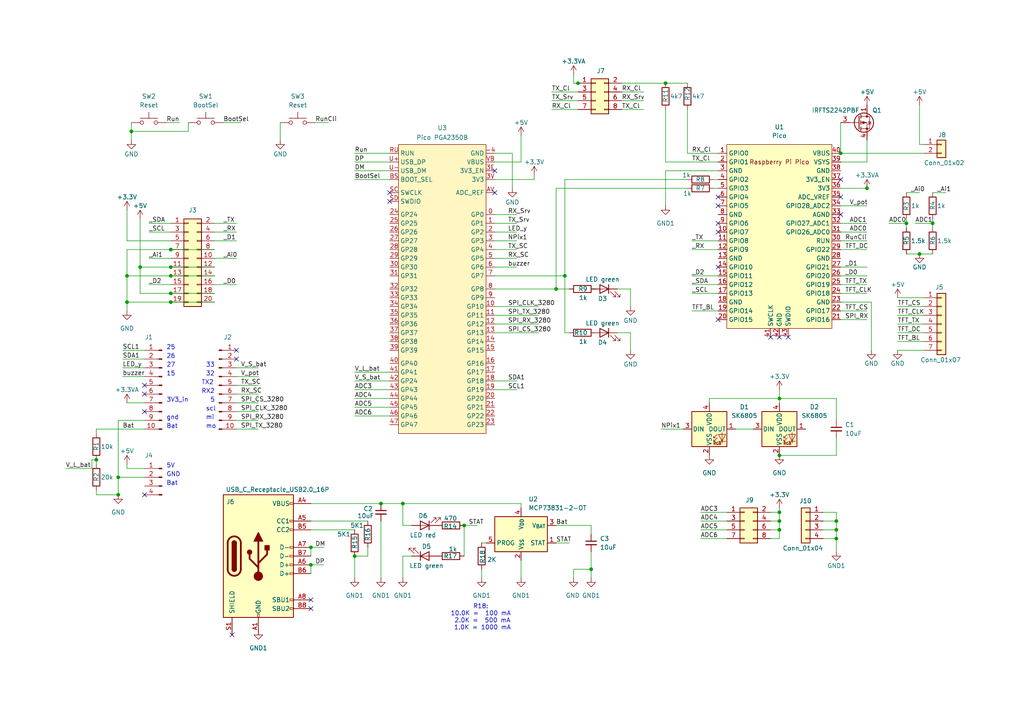
<source format=kicad_sch>
(kicad_sch (version 20250114) (generator "eeschema") (generator_version "9.0")
  (paper "A4")
  (text "32\n" (at 59.69 109.22 0) (effects (font (size 1.27 1.27)) (justify left bottom)))
  (text "33\n" (at 59.69 106.68 0) (effects (font (size 1.27 1.27)) (justify left bottom)))
  (text "TX2\n" (at 58.42 111.76 0) (effects (font (size 1.27 1.27)) (justify left bottom)))
  (text "mi" (at 59.69 121.92 0) (effects (font (size 1.27 1.27)) (justify left bottom)))
  (text "26" (at 48.26 104.14 0) (effects (font (size 1.27 1.27)) (justify left bottom)))
  (text "27" (at 48.26 106.68 0) (effects (font (size 1.27 1.27)) (justify left bottom)))
  (text "R18:\n10.0K =  100 mA\n 2.0K =  500 mA\n 1.0K = 1000 mA" (at 139.446 179.07 0) (effects (font (size 1.27 1.27))))
  (text "mo" (at 59.69 124.46 0) (effects (font (size 1.27 1.27)) (justify left bottom)))
  (text "gnd" (at 48.26 121.92 0) (effects (font (size 1.27 1.27)) (justify left bottom)))
  (text "25" (at 48.26 101.6 0) (effects (font (size 1.27 1.27)) (justify left bottom)))
  (text "5" (at 60.96 116.84 0) (effects (font (size 1.27 1.27)) (justify left bottom)))
  (text "GND" (at 48.26 138.43 0) (effects (font (size 1.27 1.27)) (justify left bottom)))
  (text "RX2" (at 58.42 114.3 0) (effects (font (size 1.27 1.27)) (justify left bottom)))
  (text "15" (at 48.26 109.22 0) (effects (font (size 1.27 1.27)) (justify left bottom)))
  (text "3V3_in" (at 48.26 116.84 0) (effects (font (size 1.27 1.27)) (justify left bottom)))
  (text "scl" (at 59.69 119.38 0) (effects (font (size 1.27 1.27)) (justify left bottom)))
  (text "5V" (at 48.26 135.89 0) (effects (font (size 1.27 1.27)) (justify left bottom)))
  (text "Bat\n" (at 48.26 124.46 0) (effects (font (size 1.27 1.27)) (justify left bottom)))
  (text "Bat\n" (at 48.26 140.97 0) (effects (font (size 1.27 1.27)) (justify left bottom)))
  (junction (at 242.57 153.67))
  (junction (at 270.51 64.77))
  (junction (at 226.06 115.57))
  (junction (at 193.04 24.13))
  (junction (at 226.06 132.08))
  (junction (at 161.29 83.82))
  (junction (at 226.06 153.67))
  (junction (at 226.06 151.13))
  (junction (at 36.83 87.63))
  (junction (at 251.46 54.61))
  (junction (at 49.53 85.09))
  (junction (at 110.49 146.05))
  (junction (at 102.87 161.29))
  (junction (at 167.64 24.13))
  (junction (at 262.89 64.77))
  (junction (at 36.83 80.01))
  (junction (at 163.83 80.01))
  (junction (at 90.17 158.75))
  (junction (at 242.57 156.21))
  (junction (at 134.62 152.4))
  (junction (at 171.45 165.1))
  (junction (at 49.53 87.63))
  (junction (at 242.57 151.13))
  (junction (at 34.29 143.51))
  (junction (at 226.06 148.59))
  (junction (at 266.7 73.66))
  (junction (at 243.84 44.45))
  (junction (at 38.1 38.1))
  (junction (at 27.94 133.35))
  (junction (at 116.84 146.05))
  (junction (at 49.53 80.01))
  (junction (at 40.64 77.47))
  (junction (at 90.17 163.83))
  (junction (at 49.53 72.39))
  (junction (at 49.53 77.47))
  (junction (at 34.29 138.43))
  (no_connect (at 243.84 62.23))
  (no_connect (at 143.51 49.53))
  (no_connect (at 223.52 97.79))
  (no_connect (at 67.31 184.15))
  (no_connect (at 208.28 77.47))
  (no_connect (at 113.03 55.88))
  (no_connect (at 90.17 176.53))
  (no_connect (at 41.91 143.51))
  (no_connect (at 90.17 173.99))
  (no_connect (at 208.28 59.69))
  (no_connect (at 113.03 58.42))
  (no_connect (at 243.84 57.15))
  (no_connect (at 228.6 97.79))
  (no_connect (at 41.91 111.76))
  (no_connect (at 208.28 64.77))
  (no_connect (at 243.84 52.07))
  (no_connect (at 208.28 67.31))
  (no_connect (at 68.58 104.14))
  (no_connect (at 226.06 97.79))
  (no_connect (at 208.28 92.71))
  (no_connect (at 143.51 55.88))
  (no_connect (at 208.28 57.15))
  (no_connect (at 41.91 119.38))
  (no_connect (at 41.91 114.3))
  (no_connect (at 68.58 101.6))
  (wire (pts (xy 260.35 91.44) (xy 267.97 91.44)))
  (wire (pts (xy 34.29 138.43) (xy 34.29 143.51)))
  (wire (pts (xy 116.84 146.05) (xy 151.13 146.05)))
  (wire (pts (xy 106.68 158.75) (xy 106.68 161.29)))
  (wire (pts (xy 223.52 151.13) (xy 226.06 151.13)))
  (wire (pts (xy 171.45 160.02) (xy 171.45 165.1)))
  (wire (pts (xy 163.83 52.07) (xy 199.39 52.07)))
  (wire (pts (xy 68.58 109.22) (xy 74.93 109.22)))
  (wire (pts (xy 223.52 156.21) (xy 226.06 156.21)))
  (wire (pts (xy 36.83 80.01) (xy 36.83 72.39)))
  (wire (pts (xy 68.58 121.92) (xy 74.93 121.92)))
  (wire (pts (xy 35.56 109.22) (xy 41.91 109.22)))
  (wire (pts (xy 143.51 88.9) (xy 156.21 88.9)))
  (wire (pts (xy 251.46 40.64) (xy 251.46 46.99)))
  (wire (pts (xy 148.59 44.45) (xy 148.59 54.61)))
  (wire (pts (xy 49.53 72.39) (xy 62.23 72.39)))
  (wire (pts (xy 54.61 35.56) (xy 54.61 38.1)))
  (wire (pts (xy 226.06 153.67) (xy 226.06 151.13)))
  (wire (pts (xy 262.89 55.88) (xy 266.7 55.88)))
  (wire (pts (xy 102.87 113.03) (xy 113.03 113.03)))
  (wire (pts (xy 36.83 87.63) (xy 36.83 80.01)))
  (wire (pts (xy 257.81 64.77) (xy 262.89 64.77)))
  (wire (pts (xy 90.17 153.67) (xy 102.87 153.67)))
  (wire (pts (xy 203.2 156.21) (xy 210.82 156.21)))
  (wire (pts (xy 238.76 151.13) (xy 242.57 151.13)))
  (wire (pts (xy 102.87 118.11) (xy 113.03 118.11)))
  (wire (pts (xy 199.39 44.45) (xy 208.28 44.45)))
  (wire (pts (xy 36.83 80.01) (xy 49.53 80.01)))
  (wire (pts (xy 151.13 167.64) (xy 151.13 162.56)))
  (wire (pts (xy 270.51 55.88) (xy 274.32 55.88)))
  (wire (pts (xy 260.35 86.36) (xy 267.97 86.36)))
  (wire (pts (xy 171.45 165.1) (xy 171.45 167.64)))
  (wire (pts (xy 193.04 46.99) (xy 208.28 46.99)))
  (wire (pts (xy 116.84 152.4) (xy 116.84 146.05)))
  (wire (pts (xy 180.34 24.13) (xy 193.04 24.13)))
  (wire (pts (xy 243.84 69.85) (xy 251.46 69.85)))
  (wire (pts (xy 226.06 115.57) (xy 226.06 113.03)))
  (wire (pts (xy 68.58 111.76) (xy 74.93 111.76)))
  (wire (pts (xy 207.01 52.07) (xy 208.28 52.07)))
  (wire (pts (xy 143.51 72.39) (xy 149.86 72.39)))
  (wire (pts (xy 68.58 116.84) (xy 74.93 116.84)))
  (wire (pts (xy 226.06 132.08) (xy 242.57 132.08)))
  (wire (pts (xy 68.58 119.38) (xy 74.93 119.38)))
  (wire (pts (xy 266.7 41.91) (xy 267.97 41.91)))
  (wire (pts (xy 243.84 54.61) (xy 251.46 54.61)))
  (wire (pts (xy 116.84 161.29) (xy 119.38 161.29)))
  (wire (pts (xy 43.18 67.31) (xy 49.53 67.31)))
  (wire (pts (xy 223.52 153.67) (xy 226.06 153.67)))
  (wire (pts (xy 40.64 85.09) (xy 49.53 85.09)))
  (wire (pts (xy 182.88 96.52) (xy 182.88 101.6)))
  (wire (pts (xy 200.66 69.85) (xy 208.28 69.85)))
  (wire (pts (xy 143.51 110.49) (xy 149.86 110.49)))
  (wire (pts (xy 27.94 133.35) (xy 27.94 134.62)))
  (wire (pts (xy 35.56 106.68) (xy 41.91 106.68)))
  (wire (pts (xy 62.23 64.77) (xy 68.58 64.77)))
  (wire (pts (xy 205.74 116.84) (xy 205.74 115.57)))
  (wire (pts (xy 49.53 85.09) (xy 62.23 85.09)))
  (wire (pts (xy 116.84 161.29) (xy 116.84 167.64)))
  (wire (pts (xy 102.87 115.57) (xy 113.03 115.57)))
  (wire (pts (xy 262.89 64.77) (xy 262.89 66.04)))
  (wire (pts (xy 238.76 148.59) (xy 242.57 148.59)))
  (wire (pts (xy 43.18 74.93) (xy 49.53 74.93)))
  (wire (pts (xy 180.34 31.75) (xy 186.69 31.75)))
  (wire (pts (xy 26.67 135.89) (xy 19.05 135.89)))
  (wire (pts (xy 242.57 153.67) (xy 242.57 156.21)))
  (wire (pts (xy 151.13 39.37) (xy 151.13 46.99)))
  (wire (pts (xy 36.83 134.62) (xy 36.83 135.89)))
  (wire (pts (xy 191.77 124.46) (xy 198.12 124.46)))
  (wire (pts (xy 161.29 54.61) (xy 161.29 83.82)))
  (wire (pts (xy 226.06 156.21) (xy 226.06 153.67)))
  (wire (pts (xy 172.72 96.52) (xy 171.45 96.52)))
  (wire (pts (xy 41.91 121.92) (xy 34.29 121.92)))
  (wire (pts (xy 140.97 157.48) (xy 139.7 157.48)))
  (wire (pts (xy 40.64 77.47) (xy 40.64 85.09)))
  (wire (pts (xy 163.83 52.07) (xy 163.83 80.01)))
  (wire (pts (xy 102.87 49.53) (xy 113.03 49.53)))
  (wire (pts (xy 143.51 74.93) (xy 149.86 74.93)))
  (wire (pts (xy 90.17 151.13) (xy 106.68 151.13)))
  (wire (pts (xy 193.04 24.13) (xy 199.39 24.13)))
  (wire (pts (xy 68.58 124.46) (xy 74.93 124.46)))
  (wire (pts (xy 243.84 64.77) (xy 251.46 64.77)))
  (wire (pts (xy 182.88 83.82) (xy 182.88 88.9)))
  (wire (pts (xy 64.77 35.56) (xy 69.85 35.56)))
  (wire (pts (xy 68.58 114.3) (xy 74.93 114.3)))
  (wire (pts (xy 143.51 80.01) (xy 163.83 80.01)))
  (wire (pts (xy 260.35 88.9) (xy 267.97 88.9)))
  (wire (pts (xy 242.57 148.59) (xy 242.57 151.13)))
  (wire (pts (xy 26.67 133.35) (xy 26.67 135.89)))
  (wire (pts (xy 35.56 101.6) (xy 41.91 101.6)))
  (wire (pts (xy 143.51 96.52) (xy 156.21 96.52)))
  (wire (pts (xy 226.06 148.59) (xy 226.06 147.32)))
  (wire (pts (xy 102.87 120.65) (xy 113.03 120.65)))
  (wire (pts (xy 43.18 82.55) (xy 49.53 82.55)))
  (wire (pts (xy 242.57 151.13) (xy 242.57 153.67)))
  (wire (pts (xy 167.64 24.13) (xy 168.91 24.13)))
  (wire (pts (xy 49.53 80.01) (xy 62.23 80.01)))
  (wire (pts (xy 243.84 72.39) (xy 251.46 72.39)))
  (wire (pts (xy 266.7 73.66) (xy 270.51 73.66)))
  (wire (pts (xy 62.23 82.55) (xy 68.58 82.55)))
  (wire (pts (xy 102.87 44.45) (xy 113.03 44.45)))
  (wire (pts (xy 172.72 83.82) (xy 171.45 83.82)))
  (wire (pts (xy 102.87 52.07) (xy 113.03 52.07)))
  (wire (pts (xy 27.94 124.46) (xy 41.91 124.46)))
  (wire (pts (xy 154.94 52.07) (xy 143.51 52.07)))
  (wire (pts (xy 90.17 158.75) (xy 93.98 158.75)))
  (wire (pts (xy 91.44 35.56) (xy 95.25 35.56)))
  (wire (pts (xy 251.46 53.34) (xy 251.46 54.61)))
  (wire (pts (xy 143.51 83.82) (xy 161.29 83.82)))
  (wire (pts (xy 252.73 87.63) (xy 252.73 101.6)))
  (wire (pts (xy 199.39 31.75) (xy 199.39 44.45)))
  (wire (pts (xy 154.94 50.8) (xy 154.94 52.07)))
  (wire (pts (xy 81.28 35.56) (xy 81.28 40.64)))
  (wire (pts (xy 139.7 165.1) (xy 139.7 167.64)))
  (wire (pts (xy 260.35 93.98) (xy 267.97 93.98)))
  (wire (pts (xy 36.83 116.84) (xy 41.91 116.84)))
  (wire (pts (xy 143.51 91.44) (xy 156.21 91.44)))
  (wire (pts (xy 243.84 87.63) (xy 252.73 87.63)))
  (wire (pts (xy 49.53 69.85) (xy 36.83 69.85)))
  (wire (pts (xy 262.89 63.5) (xy 262.89 64.77)))
  (wire (pts (xy 171.45 152.4) (xy 171.45 154.94)))
  (wire (pts (xy 49.53 87.63) (xy 62.23 87.63)))
  (wire (pts (xy 243.84 92.71) (xy 251.46 92.71)))
  (wire (pts (xy 143.51 93.98) (xy 156.21 93.98)))
  (wire (pts (xy 243.84 35.56) (xy 243.84 44.45)))
  (wire (pts (xy 102.87 110.49) (xy 113.03 110.49)))
  (wire (pts (xy 160.02 26.67) (xy 167.64 26.67)))
  (wire (pts (xy 270.51 64.77) (xy 270.51 63.5)))
  (wire (pts (xy 161.29 157.48) (xy 165.1 157.48)))
  (wire (pts (xy 90.17 158.75) (xy 90.17 161.29)))
  (wire (pts (xy 48.26 35.56) (xy 52.07 35.56)))
  (wire (pts (xy 35.56 104.14) (xy 41.91 104.14)))
  (wire (pts (xy 27.94 124.46) (xy 27.94 125.73)))
  (wire (pts (xy 270.51 66.04) (xy 270.51 64.77)))
  (wire (pts (xy 43.18 64.77) (xy 49.53 64.77)))
  (wire (pts (xy 166.37 165.1) (xy 171.45 165.1)))
  (wire (pts (xy 62.23 69.85) (xy 68.58 69.85)))
  (wire (pts (xy 238.76 153.67) (xy 242.57 153.67)))
  (wire (pts (xy 251.46 46.99) (xy 243.84 46.99)))
  (wire (pts (xy 267.97 101.6) (xy 260.35 101.6)))
  (wire (pts (xy 161.29 83.82) (xy 165.1 83.82)))
  (wire (pts (xy 36.83 72.39) (xy 49.53 72.39)))
  (wire (pts (xy 203.2 151.13) (xy 210.82 151.13)))
  (wire (pts (xy 90.17 163.83) (xy 90.17 166.37)))
  (wire (pts (xy 36.83 87.63) (xy 49.53 87.63)))
  (wire (pts (xy 166.37 21.59) (xy 166.37 24.13)))
  (wire (pts (xy 193.04 49.53) (xy 193.04 59.69)))
  (wire (pts (xy 143.51 46.99) (xy 151.13 46.99)))
  (wire (pts (xy 166.37 24.13) (xy 167.64 24.13)))
  (wire (pts (xy 38.1 35.56) (xy 38.1 38.1)))
  (wire (pts (xy 226.06 151.13) (xy 226.06 148.59)))
  (wire (pts (xy 34.29 138.43) (xy 41.91 138.43)))
  (wire (pts (xy 203.2 148.59) (xy 210.82 148.59)))
  (wire (pts (xy 243.84 59.69) (xy 251.46 59.69)))
  (wire (pts (xy 265.43 64.77) (xy 270.51 64.77)))
  (wire (pts (xy 102.87 161.29) (xy 106.68 161.29)))
  (wire (pts (xy 200.66 80.01) (xy 208.28 80.01)))
  (wire (pts (xy 110.49 151.13) (xy 110.49 167.64)))
  (wire (pts (xy 161.29 152.4) (xy 171.45 152.4)))
  (wire (pts (xy 143.51 113.03) (xy 149.86 113.03)))
  (wire (pts (xy 200.66 72.39) (xy 208.28 72.39)))
  (wire (pts (xy 226.06 116.84) (xy 226.06 115.57)))
  (wire (pts (xy 134.62 152.4) (xy 138.43 152.4)))
  (wire (pts (xy 116.84 146.05) (xy 110.49 146.05)))
  (wire (pts (xy 213.36 124.46) (xy 218.44 124.46)))
  (wire (pts (xy 242.57 127) (xy 242.57 132.08)))
  (wire (pts (xy 36.83 135.89) (xy 41.91 135.89)))
  (wire (pts (xy 243.84 44.45) (xy 267.97 44.45)))
  (wire (pts (xy 200.66 82.55) (xy 208.28 82.55)))
  (wire (pts (xy 243.84 85.09) (xy 251.46 85.09)))
  (wire (pts (xy 40.64 63.5) (xy 40.64 77.47)))
  (wire (pts (xy 143.51 67.31) (xy 149.86 67.31)))
  (wire (pts (xy 262.89 73.66) (xy 266.7 73.66)))
  (wire (pts (xy 143.51 62.23) (xy 149.86 62.23)))
  (wire (pts (xy 143.51 77.47) (xy 149.86 77.47)))
  (wire (pts (xy 134.62 152.4) (xy 134.62 161.29)))
  (wire (pts (xy 102.87 161.29) (xy 102.87 167.64)))
  (wire (pts (xy 40.64 77.47) (xy 49.53 77.47)))
  (wire (pts (xy 116.84 152.4) (xy 119.38 152.4)))
  (wire (pts (xy 34.29 121.92) (xy 34.29 138.43)))
  (wire (pts (xy 242.57 115.57) (xy 242.57 121.92)))
  (wire (pts (xy 102.87 46.99) (xy 113.03 46.99)))
  (wire (pts (xy 143.51 44.45) (xy 148.59 44.45)))
  (wire (pts (xy 207.01 54.61) (xy 208.28 54.61)))
  (wire (pts (xy 151.13 146.05) (xy 151.13 147.32)))
  (wire (pts (xy 62.23 67.31) (xy 68.58 67.31)))
  (wire (pts (xy 260.35 96.52) (xy 267.97 96.52)))
  (wire (pts (xy 226.06 115.57) (xy 242.57 115.57)))
  (wire (pts (xy 238.76 156.21) (xy 242.57 156.21)))
  (wire (pts (xy 161.29 54.61) (xy 199.39 54.61)))
  (wire (pts (xy 205.74 115.57) (xy 226.06 115.57)))
  (wire (pts (xy 49.53 77.47) (xy 62.23 77.47)))
  (wire (pts (xy 26.67 133.35) (xy 27.94 133.35)))
  (wire (pts (xy 38.1 38.1) (xy 38.1 40.64)))
  (wire (pts (xy 166.37 167.64) (xy 166.37 165.1)))
  (wire (pts (xy 179.07 83.82) (xy 182.88 83.82)))
  (wire (pts (xy 180.34 26.67) (xy 186.69 26.67)))
  (wire (pts (xy 243.84 90.17) (xy 251.46 90.17)))
  (wire (pts (xy 68.58 106.68) (xy 74.93 106.68)))
  (wire (pts (xy 62.23 74.93) (xy 68.58 74.93)))
  (wire (pts (xy 200.66 90.17) (xy 208.28 90.17)))
  (wire (pts (xy 160.02 31.75) (xy 167.64 31.75)))
  (wire (pts (xy 27.94 143.51) (xy 27.94 142.24)))
  (wire (pts (xy 200.66 85.09) (xy 208.28 85.09)))
  (wire (pts (xy 243.84 82.55) (xy 251.46 82.55)))
  (wire (pts (xy 90.17 163.83) (xy 93.98 163.83)))
  (wire (pts (xy 102.87 107.95) (xy 113.03 107.95)))
  (wire (pts (xy 193.04 31.75) (xy 193.04 46.99)))
  (wire (pts (xy 90.17 146.05) (xy 110.49 146.05)))
  (wire (pts (xy 243.84 77.47) (xy 251.46 77.47)))
  (wire (pts (xy 179.07 96.52) (xy 182.88 96.52)))
  (wire (pts (xy 223.52 148.59) (xy 226.06 148.59)))
  (wire (pts (xy 36.83 60.96) (xy 36.83 69.85)))
  (wire (pts (xy 180.34 29.21) (xy 186.69 29.21)))
  (wire (pts (xy 27.94 143.51) (xy 34.29 143.51)))
  (wire (pts (xy 242.57 156.21) (xy 242.57 160.02)))
  (wire (pts (xy 243.84 67.31) (xy 251.46 67.31)))
  (wire (pts (xy 163.83 80.01) (xy 163.83 96.52)))
  (wire (pts (xy 74.93 182.88) (xy 74.93 184.15)))
  (wire (pts (xy 267.97 99.06) (xy 260.35 99.06)))
  (wire (pts (xy 143.51 64.77) (xy 149.86 64.77)))
  (wire (pts (xy 38.1 38.1) (xy 54.61 38.1)))
  (wire (pts (xy 36.83 90.17) (xy 36.83 87.63)))
  (wire (pts (xy 143.51 69.85) (xy 149.86 69.85)))
  (wire (pts (xy 203.2 153.67) (xy 210.82 153.67)))
  (wire (pts (xy 163.83 96.52) (xy 165.1 96.52)))
  (wire (pts (xy 208.28 49.53) (xy 193.04 49.53)))
  (wire (pts (xy 160.02 29.21) (xy 167.64 29.21)))
  (wire (pts (xy 266.7 30.48) (xy 266.7 41.91)))
  (wire (pts (xy 243.84 80.01) (xy 251.46 80.01)))
  (label "_D1" (at 64.77 69.85 0))
  (label "SCL1" (at 147.32 113.03 0))
  (label "_D2" (at 43.18 82.55 0))
  (label "SDA1" (at 35.56 104.14 0))
  (label "ADC1" (at 265.43 64.77 0))
  (label "RX_SC" (at 69.85 114.3 0))
  (label "_SCL" (at 43.18 67.31 0))
  (label "NPix1" (at 147.32 69.85 0))
  (label "V_L_bat" (at 102.87 107.95 0))
  (label "V_S_bat" (at 102.87 110.49 0))
  (label "RX_Srv" (at 180.34 29.21 0))
  (label "_D2" (at 200.66 80.01 0))
  (label "STAT" (at 135.89 152.4 0))
  (label "TX_Cl" (at 160.02 26.67 0))
  (label "_TX" (at 200.66 69.85 0))
  (label "RunCli" (at 91.44 35.56 0))
  (label "STAT" (at 161.29 157.48 0))
  (label "BootSel" (at 102.87 52.07 0))
  (label "TFT_CS" (at 245.11 90.17 0))
  (label "_RX" (at 64.77 67.31 0))
  (label "Bat" (at 35.56 124.46 0))
  (label "TX_Cl" (at 180.34 31.75 0))
  (label "SPI_CS_3280" (at 147.32 96.52 0))
  (label "BootSel" (at 64.77 35.56 0))
  (label "TFT_DC" (at 245.11 72.39 0))
  (label "TX_SC" (at 147.32 72.39 0))
  (label "TX_Cl" (at 200.66 46.99 0))
  (label "TX_Srv" (at 160.02 29.21 0))
  (label "DM" (at 91.44 158.75 0))
  (label "RX_Cl" (at 200.66 44.45 0))
  (label "SPI_CLK_3280" (at 69.85 119.38 0))
  (label "RX_Srv" (at 147.32 62.23 0))
  (label "_Ai1" (at 43.18 74.93 0))
  (label "V_L_bat" (at 19.05 135.89 0))
  (label "_D0" (at 64.77 82.55 0))
  (label "V_pot" (at 69.85 109.22 0))
  (label "_SDA" (at 200.66 82.55 0))
  (label "TFT_DC" (at 260.35 96.52 0))
  (label "SPI_RX_3280" (at 69.85 121.92 0))
  (label "TFT_CLK" (at 245.11 85.09 0))
  (label "TFT_CLK" (at 260.35 91.44 0))
  (label "LED_y" (at 35.56 106.68 0))
  (label "SDA1" (at 147.32 110.49 0))
  (label "RunCli" (at 245.11 69.85 0))
  (label "_SCL" (at 200.66 85.09 0))
  (label "_Ai1" (at 271.78 55.88 0))
  (label "ADC6" (at 203.2 156.21 0))
  (label "SPI_CLK_3280" (at 147.32 88.9 0))
  (label "_D1" (at 245.11 77.47 0))
  (label "RX_SC" (at 147.32 74.93 0))
  (label "TFT_BL" (at 200.66 90.17 0))
  (label "buzzer" (at 147.32 77.47 0))
  (label "TFT_TX" (at 260.35 93.98 0))
  (label "ADC5" (at 203.2 153.67 0))
  (label "DM" (at 102.87 49.53 0))
  (label "ADC0" (at 257.81 64.77 0))
  (label "Run" (at 102.87 44.45 0))
  (label "DP" (at 91.44 163.83 0))
  (label "TFT_BL" (at 260.35 99.06 0))
  (label "SPI_TX_3280" (at 147.32 91.44 0))
  (label "_SDA" (at 43.18 64.77 0))
  (label "_D0" (at 245.11 80.01 0))
  (label "TX_Srv" (at 147.32 64.77 0))
  (label "RX_Cl" (at 160.02 31.75 0))
  (label "Bat" (at 161.29 152.4 0))
  (label "SPI_RX_3280" (at 147.32 93.98 0))
  (label "SCL1" (at 35.56 101.6 0))
  (label "ADC5" (at 102.87 118.11 0))
  (label "ADC3" (at 102.87 113.03 0))
  (label "ADC4" (at 203.2 151.13 0))
  (label "_Ai0" (at 264.16 55.88 0))
  (label "V_pot" (at 246.38 59.69 0))
  (label "LED_y" (at 147.32 67.31 0))
  (label "TFT_TX" (at 245.11 82.55 0))
  (label "buzzer" (at 35.56 109.22 0))
  (label "ADC6" (at 102.87 120.65 0))
  (label "ADC0" (at 246.38 67.31 0))
  (label "_Ai0" (at 64.77 74.93 0))
  (label "TX_SC" (at 69.85 111.76 0))
  (label "SPI_CS_3280" (at 69.85 116.84 0))
  (label "_TX" (at 64.77 64.77 0))
  (label "ADC4" (at 102.87 115.57 0))
  (label "NPix1" (at 191.77 124.46 0))
  (label "ADC1" (at 246.38 64.77 0))
  (label "TFT_CS" (at 260.35 88.9 0))
  (label "_RX" (at 200.66 72.39 0))
  (label "RX_Cl" (at 180.34 26.67 0))
  (label "DP" (at 102.87 46.99 0))
  (label "V_S_bat" (at 69.85 106.68 0))
  (label "SPI_RX" (at 245.11 92.71 0))
  (label "ADC3" (at 203.2 148.59 0))
  (label "Run" (at 48.26 35.56 0))
  (label "SPI_TX_3280" (at 69.85 124.46 0))
  (symbol (lib_id "Device:R") (at 262.89 69.85 0) (unit 1)
    (property "Reference" "R5" (at 262.89 71.12 90) (effects (justify left)))
    (property "Value" "1.5k" (at 264.16 69.85 0) (effects (justify left)))
    (property "Footprint" "Resistor_SMD:R_0603_1608Metric_Pad0.98x0.95mm_HandSolder" (effects (hide yes)))
  )
  (symbol (lib_id "Connector:Conn_01x10_Pin") (at 63.5 111.76 0) (unit 1) (in_bom no)
    (property "Reference" "J2" (at 66.04 97.79 0))
    (property "Value" "Conn_01x10_Pin" (effects (hide yes)))
    (property "Footprint" "Connector_PinHeader_2.54mm:PinHeader_1x10_P2.54mm_Vertical" (effects (hide yes)))
  )
  (symbol (lib_id "Device:LED") (at 175.26 96.52 0) (mirror y) (unit 1)
    (property "Reference" "D4" (at 174.752 99.314 0))
    (property "Value" "LED green" (at 174.752 93.726 0))
    (property "Footprint" "LED_SMD:LED_0805_2012Metric_Pad1.15x1.40mm_HandSolder" (effects (hide yes)))
    (property "Description" "KT-0805G" (effects (hide yes)))
    (property "Sim.Pins" "1=K 2=A" (effects (hide yes)))
  )
  (symbol (lib_id "power:+3.3VA") (at 251.46 54.61 0) (unit 1)
    (property "Reference" "#PWR014" (effects (hide yes)))
    (property "Value" "+3.3VA" (at 251.46 50.8 0))
  )
  (symbol (lib_id "power:+5V") (at 36.83 134.62 0) (unit 1)
    (property "Reference" "#PWR04" (effects (hide yes)))
    (property "Value" "+5V" (at 36.83 130.81 0))
  )
  (symbol (lib_id "power:+3.3V") (at 36.83 60.96 0) (unit 1)
    (property "Reference" "#PWR029" (effects (hide yes)))
    (property "Value" "+3.3V" (at 36.83 57.15 0))
  )
  (symbol (lib_id "Device:R") (at 27.94 129.54 0) (unit 1)
    (property "Reference" "R1" (at 27.94 130.81 90) (effects (justify left)))
    (property "Value" "10k" (at 29.21 129.54 0) (effects (justify left)))
    (property "Footprint" "Resistor_SMD:R_0603_1608Metric_Pad0.98x0.95mm_HandSolder" (effects (hide yes)))
  )
  (symbol (lib_id "Connector_Generic:Conn_02x04_Odd_Even") (at 172.72 26.67 0) (unit 1) (in_bom no)
    (property "Reference" "J7" (at 174.244 20.574 0))
    (property "Value" "Conn_02x04_Top_Bottom" (effects (hide yes)))
    (property "Footprint" "Connector_PinHeader_2.54mm:PinHeader_2x04_P2.54mm_Vertical" (effects (hide yes)))
    (property "Description" "Generic connector, double row, 02x04, odd/even pin numbering scheme (row 1 odd numbers, row 2 even numbers), script generated (kicad-library-utils/schlib/autogen/connector/)" (effects (hide yes)))
  )
  (symbol (lib_id "Device:R") (at 203.2 54.61 90) (unit 1)
    (property "Reference" "R7" (at 204.47 54.61 90) (effects (justify left)))
    (property "Value" "1k" (at 198.12 56.134 90) (effects (justify right)))
    (property "Footprint" "Resistor_SMD:R_0603_1608Metric_Pad0.98x0.95mm_HandSolder" (effects (hide yes)))
  )
  (symbol (lib_id "power:GND") (at 148.59 54.61 0) (unit 1)
    (property "Reference" "#PWR022" (effects (hide yes)))
    (property "Value" "GND" (at 148.59 58.674 0))
  )
  (symbol (lib_id "Switch:SW_Push") (at 59.69 35.56 0) (unit 1)
    (property "Reference" "SW1" (at 59.69 27.94 0))
    (property "Value" "BootSel" (at 59.69 30.48 0))
    (property "Footprint" "Button_Switch_SMD:SW_Push_1P1T_XKB_TS-1187A" (effects (hide yes)))
    (property "Description" "TS-1187A" (effects (hide yes)))
  )
  (symbol (lib_id "Device:R") (at 130.81 152.4 90) (unit 1)
    (property "Reference" "R14" (at 132.588 152.654 90) (effects (justify left)))
    (property "Value" "470" (at 132.588 150.368 90) (effects (justify left)))
    (property "Footprint" "Resistor_SMD:R_0603_1608Metric_Pad0.98x0.95mm_HandSolder" (effects (hide yes)))
  )
  (symbol (lib_id "Pimoroni:pga2350_pimoroni") (at 128.27 58.42 0) (unit 1) (in_bom no)
    (property "Reference" "U3" (at 128.27 37.084 0))
    (property "Value" "Pico PGA2350B" (at 128.27 39.878 0))
    (property "Footprint" "Pimoroni:pga2350__pimoroni" (effects (hide yes)))
  )
  (symbol (lib_id "Device:LED") (at 175.26 83.82 0) (mirror y) (unit 1)
    (property "Reference" "D3" (at 174.752 86.614 0))
    (property "Value" "LED green" (at 174.752 81.026 0))
    (property "Footprint" "LED_SMD:LED_0805_2012Metric_Pad1.15x1.40mm_HandSolder" (effects (hide yes)))
    (property "Description" "KT-0805G" (effects (hide yes)))
    (property "Sim.Pins" "1=K 2=A" (effects (hide yes)))
  )
  (symbol (lib_id "Device:R") (at 270.51 69.85 0) (unit 1)
    (property "Reference" "R6" (at 270.51 71.12 90) (effects (justify left)))
    (property "Value" "1.5k" (at 271.78 69.85 0) (effects (justify left)))
    (property "Footprint" "Resistor_SMD:R_0603_1608Metric_Pad0.98x0.95mm_HandSolder" (effects (hide yes)))
  )
  (symbol (lib_id "Device:C_Small") (at 171.45 157.48 0) (unit 1)
    (property "Reference" "C3" (at 173.99 156.2162 0) (effects (justify left)))
    (property "Value" "10uF" (at 173.99 158.7562 0) (effects (justify left)))
    (property "Footprint" "Capacitor_SMD:C_1206_3216Metric_Pad1.33x1.80mm_HandSolder" (effects (hide yes)))
    (property "Description" "Unpolarized capacitor, small symbol" (effects (hide yes)))
  )
  (symbol (lib_id "Connector_Generic:Conn_02x10_Odd_Even") (at 54.61 74.93 0) (unit 1) (in_bom no)
    (property "Reference" "J3" (at 55.88 60.96 0))
    (property "Value" "Conn_02x10_Odd_Even" (effects (hide yes)))
    (property "Footprint" "Connector_PinHeader_2.54mm:PinHeader_2x10_P2.54mm_Horizontal" (effects (hide yes)))
  )
  (symbol (lib_id "power:GND") (at 252.73 101.6 0) (unit 1)
    (property "Reference" "#PWR02" (effects (hide yes)))
    (property "Value" "GND" (at 252.73 105.41 0))
  )
  (symbol (lib_id "power:GND1") (at 139.7 167.64 0) (unit 1)
    (property "Reference" "#PWR013" (effects (hide yes)))
    (property "Value" "GND1" (at 139.7 172.72 0))
    (property "Description" "Power symbol creates a global label with name \"GND1\" , ground" (effects (hide yes)))
  )
  (symbol (lib_id "Connector_Generic:Conn_01x04") (at 233.68 151.13 0) (mirror y) (unit 1) (in_bom no)
    (property "Reference" "J10" (at 235.458 145.288 0) (effects (justify left)))
    (property "Value" "Conn_01x04" (at 238.76 159.004 0) (effects (justify left)))
    (property "Footprint" "Connector_PinHeader_2.54mm:PinHeader_1x04_P2.54mm_Vertical" (effects (hide yes)))
    (property "Description" "Generic connector, single row, 01x04, script generated (kicad-library-utils/schlib/autogen/connector/)" (effects (hide yes)))
  )
  (symbol (lib_id "Battery_Management:MCP73831-2-OT") (at 151.13 154.94 0) (unit 1)
    (property "Reference" "U2" (at 153.2733 144.78 0) (effects (justify left)))
    (property "Value" "MCP73831-2-OT" (at 153.2733 147.32 0) (effects (justify left)))
    (property "Footprint" "Package_TO_SOT_SMD:SOT-23-5" (effects (hide yes)))
    (property "Datasheet" "http://ww1.microchip.com/downloads/en/DeviceDoc/20001984g.pdf" (effects (hide yes)))
    (property "Description" "Single cell, Li-Ion/Li-Po charge management controller, 4.20V, Tri-State Status Output, in SOT23-5 package" (effects (hide yes)))
  )
  (symbol (lib_id "Device:R") (at 193.04 27.94 0) (unit 1)
    (property "Reference" "R11" (at 193.04 29.718 90) (effects (justify left)))
    (property "Value" "4k7" (at 194.31 27.94 0) (effects (justify left)))
    (property "Footprint" "Resistor_SMD:R_0603_1608Metric_Pad0.98x0.95mm_HandSolder" (effects (hide yes)))
  )
  (symbol (lib_id "Connector:Conn_01x10_Pin") (at 46.99 111.76 0) (mirror y) (unit 1) (in_bom no)
    (property "Reference" "J1" (at 43.18 97.79 0))
    (property "Value" "Conn_01x10_Pin" (effects (hide yes)))
    (property "Footprint" "Connector_PinHeader_2.54mm:PinHeader_1x10_P2.54mm_Vertical" (effects (hide yes)))
  )
  (symbol (lib_id "power:+3.3VA") (at 166.37 21.59 0) (unit 1)
    (property "Reference" "#PWR018" (effects (hide yes)))
    (property "Value" "+3.3VA" (at 166.37 17.78 0))
  )
  (symbol (lib_id "power:+3.3V") (at 226.06 147.32 0) (unit 1)
    (property "Reference" "#PWR034" (effects (hide yes)))
    (property "Value" "+3.3V" (at 226.06 143.51 0))
  )
  (symbol (lib_id "Device:C_Small") (at 110.49 148.59 0) (unit 1)
    (property "Reference" "C2" (at 105.41 147.574 0) (effects (justify left)))
    (property "Value" "10uF" (at 103.632 149.606 0) (effects (justify left)))
    (property "Footprint" "Capacitor_SMD:C_1206_3216Metric_Pad1.33x1.80mm_HandSolder" (effects (hide yes)))
    (property "Description" "Unpolarized capacitor, small symbol" (effects (hide yes)))
  )
  (symbol (lib_id "power:+3.3V") (at 154.94 50.8 0) (unit 1)
    (property "Reference" "#PWR021" (effects (hide yes)))
    (property "Value" "+3.3V" (at 154.94 46.99 0))
  )
  (symbol (lib_id "Transistor_FET:IRFTS9342PBF") (at 248.92 35.56 0) (unit 1)
    (property "Reference" "Q1" (at 252.984 32.004 0) (effects (justify left)))
    (property "Value" "IRFTS2242PBF" (at 235.458 32.004 0) (effects (justify left)))
    (property "Footprint" "Package_SO:TSOP-6_1.65x3.05mm_P0.95mm" (effects (hide yes)))
    (property "Datasheet" "https://www.infineon.com/dgdl/irfts9342pbf.pdf?fileId=5546d462533600a40153563aeabc21f3" (effects (hide yes)))
    (property "Description" "IRFTS2242PBF" (effects (hide yes)))
  )
  (symbol (lib_id "power:+5V") (at 40.64 63.5 0) (unit 1)
    (property "Reference" "#PWR05" (effects (hide yes)))
    (property "Value" "+5V" (at 40.64 59.69 0))
  )
  (symbol (lib_id "power:GND1") (at 171.45 167.64 0) (unit 1)
    (property "Reference" "#PWR031" (effects (hide yes)))
    (property "Value" "GND1" (at 171.45 172.72 0))
    (property "Description" "Power symbol creates a global label with name \"GND1\" , ground" (effects (hide yes)))
  )
  (symbol (lib_id "power:GND1") (at 193.04 59.69 0) (unit 1)
    (property "Reference" "#PWR06" (effects (hide yes)))
    (property "Value" "GND1" (at 193.04 64.77 0))
    (property "Description" "Power symbol creates a global label with name \"GND1\" , ground" (effects (hide yes)))
  )
  (symbol (lib_id "Device:R") (at 102.87 157.48 0) (unit 1)
    (property "Reference" "R15" (at 102.87 159.258 90) (effects (justify left)))
    (property "Value" "5K1" (at 97.79 154.94 0) (effects (justify left)))
    (property "Footprint" "Resistor_SMD:R_0603_1608Metric_Pad0.98x0.95mm_HandSolder" (effects (hide yes)))
  )
  (symbol (lib_id "LED:SK6805") (at 226.06 124.46 0) (unit 1)
    (property "Reference" "D2" (at 236.22 118.0398 0))
    (property "Value" "SK6805" (at 236.22 120.5798 0))
    (property "Footprint" "Library:LED_SK6805_PLCC4_2.4x2.7mm_P1.3mm_2427" (effects (hide yes)))
    (property "Datasheet" "https://cdn-shop.adafruit.com/product-files/3484/3484_Datasheet.pdf" (effects (hide yes)))
    (property "Description" "SK6805" (effects (hide yes)))
  )
  (symbol (lib_id "power:GND1") (at 74.93 182.88 0) (unit 1)
    (property "Reference" "#PWR08" (effects (hide yes)))
    (property "Value" "GND1" (at 74.93 187.96 0))
    (property "Description" "Power symbol creates a global label with name \"GND1\" , ground" (effects (hide yes)))
  )
  (symbol (lib_id "power:GND") (at 266.7 73.66 0) (unit 1)
    (property "Reference" "#PWR017" (effects (hide yes)))
    (property "Value" "GND" (at 266.7 77.47 0))
  )
  (symbol (lib_id "Device:R") (at 270.51 59.69 0) (unit 1)
    (property "Reference" "R4" (at 270.51 60.96 90) (effects (justify left)))
    (property "Value" "1k" (at 271.78 59.69 0) (effects (justify left)))
    (property "Footprint" "Resistor_SMD:R_0603_1608Metric_Pad0.98x0.95mm_HandSolder" (effects (hide yes)))
  )
  (symbol (lib_id "Device:R") (at 27.94 138.43 0) (unit 1)
    (property "Reference" "R2" (at 27.94 139.7 90) (effects (justify left)))
    (property "Value" "20k" (at 29.21 138.43 0) (effects (justify left)))
    (property "Footprint" "Resistor_SMD:R_0603_1608Metric_Pad0.98x0.95mm_HandSolder" (effects (hide yes)))
  )
  (symbol (lib_id "Device:R") (at 106.68 154.94 0) (unit 1)
    (property "Reference" "R16" (at 106.68 156.972 90) (effects (justify left)))
    (property "Value" "5K1" (at 101.6 152.4 0) (effects (justify left)))
    (property "Footprint" "Resistor_SMD:R_0603_1608Metric_Pad0.98x0.95mm_HandSolder" (effects (hide yes)))
  )
  (symbol (lib_id "Connector_Generic:Conn_02x04_Odd_Even") (at 215.9 151.13 0) (unit 1) (in_bom no)
    (property "Reference" "J9" (at 217.424 145.034 0))
    (property "Value" "Conn_02x04_Top_Bottom" (effects (hide yes)))
    (property "Footprint" "Connector_PinHeader_2.54mm:PinHeader_2x04_P2.54mm_Vertical" (effects (hide yes)))
    (property "Description" "Generic connector, double row, 02x04, odd/even pin numbering scheme (row 1 odd numbers, row 2 even numbers), script generated (kicad-library-utils/schlib/autogen/connector/)" (effects (hide yes)))
  )
  (symbol (lib_id "power:GND") (at 260.35 101.6 0) (unit 1)
    (property "Reference" "#PWR016" (effects (hide yes)))
    (property "Value" "GND" (at 260.35 105.41 0))
  )
  (symbol (lib_id "power:GND") (at 166.37 167.64 0) (unit 1)
    (property "Reference" "#PWR033" (effects (hide yes)))
    (property "Value" "GND" (at 166.116 172.72 0))
  )
  (symbol (lib_id "power:GND1") (at 110.49 167.64 0) (unit 1)
    (property "Reference" "#PWR010" (effects (hide yes)))
    (property "Value" "GND1" (at 110.49 172.72 0))
    (property "Description" "Power symbol creates a global label with name \"GND1\" , ground" (effects (hide yes)))
  )
  (symbol (lib_id "power:GND") (at 205.74 132.08 0) (unit 1)
    (property "Reference" "#PWR026" (effects (hide yes)))
    (property "Value" "GND" (at 205.74 137.16 0))
  )
  (symbol (lib_id "Device:R") (at 168.91 96.52 90) (unit 1)
    (property "Reference" "R10" (at 170.434 96.52 90) (effects (justify left)))
    (property "Value" "1k" (at 167.894 99.06 90) (effects (justify right)))
    (property "Footprint" "Resistor_SMD:R_0603_1608Metric_Pad0.98x0.95mm_HandSolder" (effects (hide yes)))
  )
  (symbol (lib_id "Switch:SW_Push") (at 43.18 35.56 0) (unit 1)
    (property "Reference" "SW2" (at 43.18 27.94 0))
    (property "Value" "Reset" (at 43.18 30.48 0))
    (property "Footprint" "Button_Switch_SMD:SW_Push_1P1T_XKB_TS-1187A" (effects (hide yes)))
    (property "Description" "TS-1187A" (effects (hide yes)))
  )
  (symbol (lib_id "power:+3.3VA") (at 36.83 116.84 0) (unit 1)
    (property "Reference" "#PWR019" (effects (hide yes)))
    (property "Value" "+3.3VA" (at 36.83 113.03 0))
  )
  (symbol (lib_id "power:GND") (at 81.28 40.64 0) (unit 1)
    (property "Reference" "#PWR036" (effects (hide yes)))
    (property "Value" "GND" (at 81.28 44.704 0))
  )
  (symbol (lib_id "power:GND1") (at 242.57 160.02 0) (unit 1)
    (property "Reference" "#PWR035" (effects (hide yes)))
    (property "Value" "GND1" (at 242.57 164.084 0))
    (property "Description" "Power symbol creates a global label with name \"GND1\" , ground" (effects (hide yes)))
  )
  (symbol (lib_id "Device:LED") (at 123.19 161.29 0) (mirror x) (unit 1)
    (property "Reference" "D5" (at 123.698 158.496 0))
    (property "Value" "LED green" (at 123.698 164.084 0))
    (property "Footprint" "LED_SMD:LED_0805_2012Metric_Pad1.15x1.40mm_HandSolder" (effects (hide yes)))
    (property "Description" "KT-0805G" (effects (hide yes)))
    (property "Sim.Pins" "1=K 2=A" (effects (hide yes)))
  )
  (symbol (lib_id "LED:SK6805") (at 205.74 124.46 0) (unit 1)
    (property "Reference" "D1" (at 215.9 118.0398 0))
    (property "Value" "SK6805" (at 215.9 120.5798 0))
    (property "Footprint" "Library:LED_SK6805_PLCC4_2.4x2.7mm_P1.3mm_2427" (effects (hide yes)))
    (property "Datasheet" "https://cdn-shop.adafruit.com/product-files/3484/3484_Datasheet.pdf" (effects (hide yes)))
    (property "Description" "SK6805" (effects (hide yes)))
  )
  (symbol (lib_id "Device:R") (at 199.39 27.94 0) (unit 1)
    (property "Reference" "R12" (at 199.39 29.21 90) (effects (justify left)))
    (property "Value" "4k7" (at 200.66 27.94 0) (effects (justify left)))
    (property "Footprint" "Resistor_SMD:R_0603_1608Metric_Pad0.98x0.95mm_HandSolder" (effects (hide yes)))
  )
  (symbol (lib_id "Device:R") (at 130.81 161.29 90) (unit 1)
    (property "Reference" "R17" (at 132.588 161.29 90) (effects (justify left)))
    (property "Value" "1k" (at 132.588 159.258 90) (effects (justify left)))
    (property "Footprint" "Resistor_SMD:R_0603_1608Metric_Pad0.98x0.95mm_HandSolder" (effects (hide yes)))
  )
  (symbol (lib_id "Connector_Generic:Conn_01x02") (at 273.05 41.91 0) (unit 1) (in_bom no)
    (property "Reference" "J8" (at 272.034 39.116 0) (effects (justify left)))
    (property "Value" "Conn_01x02" (at 267.97 47.244 0) (effects (justify left)))
    (property "Footprint" "Connector_PinHeader_2.54mm:PinHeader_1x02_P2.54mm_Vertical" (effects (hide yes)))
    (property "Description" "Generic connector, single row, 01x02, script generated (kicad-library-utils/schlib/autogen/connector/)" (effects (hide yes)))
  )
  (symbol (lib_id "power:GND") (at 226.06 132.08 0) (unit 1)
    (property "Reference" "#PWR025" (effects (hide yes)))
    (property "Value" "GND" (at 226.06 137.16 0))
  )
  (symbol (lib_id "power:GND1") (at 151.13 167.64 0) (unit 1)
    (property "Reference" "#PWR024" (effects (hide yes)))
    (property "Value" "GND1" (at 151.13 172.72 0))
    (property "Description" "Power symbol creates a global label with name \"GND1\" , ground" (effects (hide yes)))
  )
  (symbol (lib_id "Connector_Generic:Conn_01x07") (at 273.05 93.98 0) (unit 1) (in_bom no)
    (property "Reference" "J5" (at 271.272 83.312 0) (effects (justify left)))
    (property "Value" "Conn_01x07" (at 266.954 104.394 0) (effects (justify left)))
    (property "Footprint" "Connector_PinHeader_2.54mm:PinHeader_1x07_P2.54mm_Vertical" (effects (hide yes)))
  )
  (symbol (lib_id "Device:R") (at 262.89 59.69 180) (unit 1)
    (property "Reference" "R3" (at 262.89 58.42 90) (effects (justify left)))
    (property "Value" "1k" (at 266.7 59.69 0) (effects (justify left)))
    (property "Footprint" "Resistor_SMD:R_0603_1608Metric_Pad0.98x0.95mm_HandSolder" (effects (hide yes)))
  )
  (symbol (lib_id "Connector:USB_C_Receptacle_USB2.0_16P") (at 74.93 161.29 0) (unit 1)
    (property "Reference" "J6" (at 66.802 145.542 0))
    (property "Value" "USB_C_Receptacle_USB2.0_16P" (at 80.518 141.986 0))
    (property "Footprint" "Connector_USB:USB_C_Receptacle_GCT_USB4105-xx-A_16P_TopMnt_Horizontal" (effects (hide yes)))
    (property "Datasheet" "https://www.usb.org/sites/default/files/documents/usb_type-c.zip" (effects (hide yes)))
    (property "Description" "USB 2.0-only 16P Type-C Receptacle connector" (effects (hide yes)))
  )
  (symbol (lib_id "power:+5V") (at 266.7 30.48 0) (unit 1)
    (property "Reference" "#PWR032" (effects (hide yes)))
    (property "Value" "+5V" (at 266.7 26.67 0))
  )
  (symbol (lib_id "power:+5V") (at 151.13 39.37 0) (unit 1)
    (property "Reference" "#PWR020" (effects (hide yes)))
    (property "Value" "+5V" (at 151.13 35.56 0))
  )
  (symbol (lib_id "power:GND") (at 36.83 90.17 0) (unit 1)
    (property "Reference" "#PWR03" (effects (hide yes)))
    (property "Value" "GND" (at 36.83 95.25 0))
  )
  (symbol (lib_id "power:+5V") (at 260.35 86.36 0) (unit 1)
    (property "Reference" "#PWR015" (effects (hide yes)))
    (property "Value" "+5V" (at 260.35 82.55 0))
  )
  (symbol (lib_id "power:GND1") (at 116.84 167.64 0) (unit 1)
    (property "Reference" "#PWR011" (effects (hide yes)))
    (property "Value" "GND1" (at 116.84 172.72 0))
    (property "Description" "Power symbol creates a global label with name \"GND1\" , ground" (effects (hide yes)))
  )
  (symbol (lib_id "power:GND") (at 34.29 143.51 0) (unit 1)
    (property "Reference" "#PWR01" (effects (hide yes)))
    (property "Value" "GND" (at 34.29 148.59 0))
  )
  (symbol (lib_id "Connector:Conn_01x04_Pin") (at 46.99 138.43 0) (mirror y) (unit 1) (in_bom no)
    (property "Reference" "J4" (at 43.18 132.08 0))
    (property "Value" "Conn_01x04_Pin" (effects (hide yes)))
    (property "Footprint" "Connector_PinHeader_2.54mm:PinHeader_1x04_P2.54mm_Vertical" (effects (hide yes)))
  )
  (symbol (lib_id "power:GND1") (at 102.87 167.64 0) (unit 1)
    (property "Reference" "#PWR09" (effects (hide yes)))
    (property "Value" "GND1" (at 102.87 172.72 0))
    (property "Description" "Power symbol creates a global label with name \"GND1\" , ground" (effects (hide yes)))
  )
  (symbol (lib_id "power:+3.3V") (at 226.06 113.03 0) (unit 1)
    (property "Reference" "#PWR030" (effects (hide yes)))
    (property "Value" "+3.3V" (at 226.06 109.22 0))
  )
  (symbol (lib_id "power:+5V") (at 251.46 30.48 0) (unit 1)
    (property "Reference" "#PWR012" (effects (hide yes)))
    (property "Value" "+5V" (at 251.46 26.67 0))
  )
  (symbol (lib_id "Device:C_Small") (at 242.57 124.46 0) (unit 1)
    (property "Reference" "C1" (at 245.11 123.1962 0) (effects (justify left)))
    (property "Value" "10uF" (at 245.11 125.7362 0) (effects (justify left)))
    (property "Footprint" "Capacitor_SMD:C_1206_3216Metric_Pad1.33x1.80mm_HandSolder" (effects (hide yes)))
    (property "Description" "Unpolarized capacitor, small symbol" (effects (hide yes)))
  )
  (symbol (lib_id "Device:R") (at 203.2 52.07 90) (unit 1)
    (property "Reference" "R8" (at 204.47 52.07 90) (effects (justify left)))
    (property "Value" "1k" (at 197.866 50.8 90) (effects (justify right)))
    (property "Footprint" "Resistor_SMD:R_0603_1608Metric_Pad0.98x0.95mm_HandSolder" (effects (hide yes)))
  )
  (symbol (lib_id "Device:LED") (at 123.19 152.4 180) (unit 1)
    (property "Reference" "D6" (at 122.682 149.606 0))
    (property "Value" "LED red" (at 122.682 155.194 0))
    (property "Footprint" "LED_SMD:LED_0805_2012Metric_Pad1.15x1.40mm_HandSolder" (effects (hide yes)))
    (property "Description" "KT-0805R" (effects (hide yes)))
    (property "Sim.Pins" "1=K 2=A" (effects (hide yes)))
  )
  (symbol (lib_id "Device:R") (at 168.91 83.82 90) (unit 1)
    (property "Reference" "R9" (at 170.434 83.82 90) (effects (justify left)))
    (property "Value" "1k" (at 167.894 86.36 90) (effects (justify right)))
    (property "Footprint" "Resistor_SMD:R_0603_1608Metric_Pad0.98x0.95mm_HandSolder" (effects (hide yes)))
  )
  (symbol (lib_id "MCU_RaspberryPi_and_Boards:Pico") (at 226.06 68.58 0) (unit 1) (in_bom no)
    (property "Reference" "U1" (at 226.06 36.83 0))
    (property "Value" "Pico" (at 226.06 39.37 0))
    (property "Footprint" "MCU_RaspberryPi_and_Boards:RPi_Pico_SMD_TH" (effects (hide yes)))
  )
  (symbol (lib_id "Device:R") (at 139.7 161.29 180) (unit 1)
    (property "Reference" "R18" (at 139.954 159.512 90) (effects (justify left)))
    (property "Value" "2K" (at 144.018 162.306 0) (effects (justify left)))
    (property "Footprint" "Resistor_SMD:R_0603_1608Metric_Pad0.98x0.95mm_HandSolder" (effects (hide yes)))
  )
  (symbol (lib_id "power:GND") (at 182.88 88.9 0) (unit 1)
    (property "Reference" "#PWR027" (effects (hide yes)))
    (property "Value" "GND" (at 182.88 92.964 0))
  )
  (symbol (lib_id "Switch:SW_Push") (at 86.36 35.56 0) (unit 1)
    (property "Reference" "SW3" (at 86.36 27.94 0))
    (property "Value" "Reset" (at 86.36 30.48 0))
    (property "Footprint" "Button_Switch_SMD:SW_Push_1P1T_XKB_TS-1187A" (effects (hide yes)))
    (property "Description" "TS-1187A" (effects (hide yes)))
  )
  (symbol (lib_id "power:GND") (at 182.88 101.6 0) (unit 1)
    (property "Reference" "#PWR028" (effects (hide yes)))
    (property "Value" "GND" (at 182.88 105.664 0))
  )
  (symbol (lib_id "power:GND") (at 38.1 40.64 0) (unit 1)
    (property "Reference" "#PWR023" (effects (hide yes)))
    (property "Value" "GND" (at 38.1 44.704 0))
  )
)
</source>
